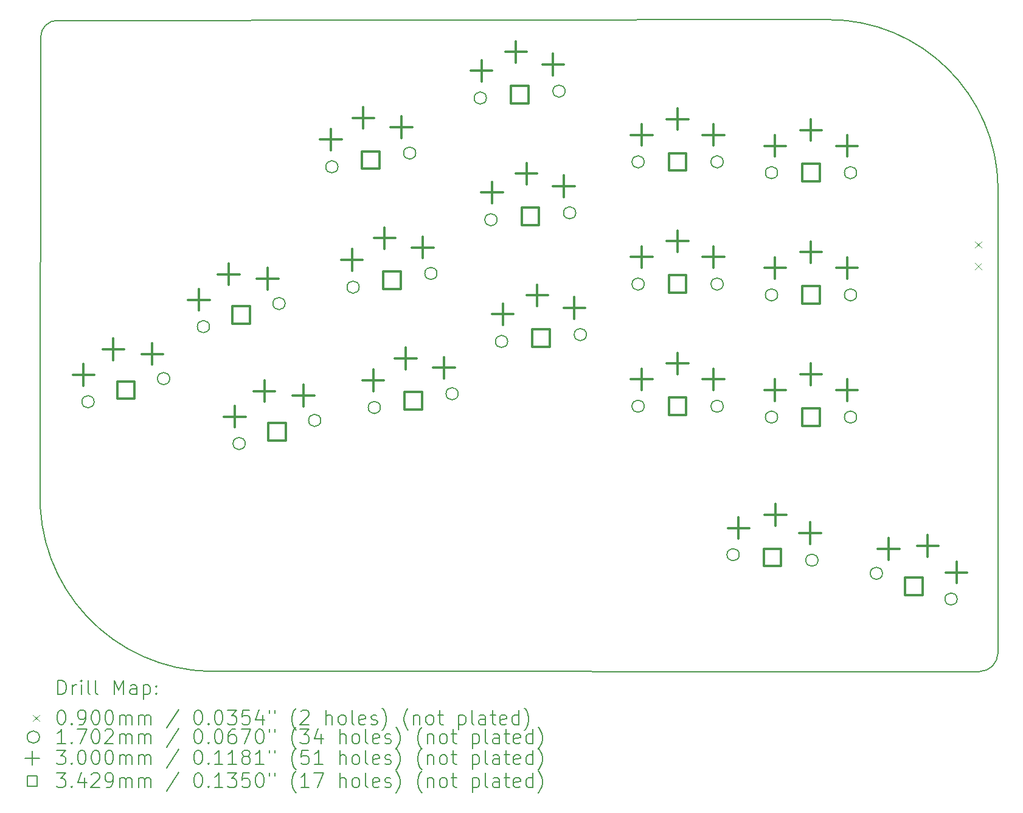
<source format=gbr>
%FSLAX45Y45*%
G04 Gerber Fmt 4.5, Leading zero omitted, Abs format (unit mm)*
G04 Created by KiCad (PCBNEW (6.0.4)) date 2022-07-09 15:35:16*
%MOMM*%
%LPD*%
G01*
G04 APERTURE LIST*
%TA.AperFunction,Profile*%
%ADD10C,0.150000*%
%TD*%
%ADD11C,0.200000*%
%ADD12C,0.090000*%
%ADD13C,0.170180*%
%ADD14C,0.300000*%
%ADD15C,0.342900*%
G04 APERTURE END LIST*
D10*
X13637800Y12447790D02*
X2904845Y12436755D01*
X2667000Y5892800D02*
X2676245Y12208155D01*
X16002000Y10109200D02*
G75*
G03*
X13637800Y12447790I-2364200J-25750D01*
G01*
X2667000Y5892800D02*
G75*
G03*
X5029200Y3379408I2415551J-96503D01*
G01*
X15742673Y3376991D02*
G75*
G03*
X16000102Y3632200I-3153J260619D01*
G01*
X16000102Y3632200D02*
X16002000Y10109200D01*
X15742673Y3376992D02*
X5029200Y3379408D01*
X2904845Y12436755D02*
G75*
G03*
X2676245Y12208155I0J-228600D01*
G01*
D11*
D12*
X15681900Y9360800D02*
X15771900Y9270800D01*
X15771900Y9360800D02*
X15681900Y9270800D01*
X15681900Y9060800D02*
X15771900Y8970800D01*
X15771900Y9060800D02*
X15681900Y8970800D01*
D13*
X3419084Y7131370D02*
G75*
G03*
X3419084Y7131370I-85090J0D01*
G01*
X4471019Y7452979D02*
G75*
G03*
X4471019Y7452979I-85090J0D01*
G01*
X5025423Y8175815D02*
G75*
G03*
X5025423Y8175815I-85090J0D01*
G01*
X5522455Y6550097D02*
G75*
G03*
X5522455Y6550097I-85090J0D01*
G01*
X6077358Y8497424D02*
G75*
G03*
X6077358Y8497424I-85090J0D01*
G01*
X6574390Y6871706D02*
G75*
G03*
X6574390Y6871706I-85090J0D01*
G01*
X6813489Y10399777D02*
G75*
G03*
X6813489Y10399777I-85090J0D01*
G01*
X7108691Y8725603D02*
G75*
G03*
X7108691Y8725603I-85090J0D01*
G01*
X7403893Y7051430D02*
G75*
G03*
X7403893Y7051430I-85090J0D01*
G01*
X7896778Y10590790D02*
G75*
G03*
X7896778Y10590790I-85090J0D01*
G01*
X8191980Y8916616D02*
G75*
G03*
X8191980Y8916616I-85090J0D01*
G01*
X8487182Y7242443D02*
G75*
G03*
X8487182Y7242443I-85090J0D01*
G01*
X8879532Y11357012D02*
G75*
G03*
X8879532Y11357012I-85090J0D01*
G01*
X9027696Y9663481D02*
G75*
G03*
X9027696Y9663481I-85090J0D01*
G01*
X9175861Y7969950D02*
G75*
G03*
X9175861Y7969950I-85090J0D01*
G01*
X9975346Y11452883D02*
G75*
G03*
X9975346Y11452883I-85090J0D01*
G01*
X10123510Y9759352D02*
G75*
G03*
X10123510Y9759352I-85090J0D01*
G01*
X10271675Y8065821D02*
G75*
G03*
X10271675Y8065821I-85090J0D01*
G01*
X11076199Y10468602D02*
G75*
G03*
X11076199Y10468602I-85090J0D01*
G01*
X11076199Y8768602D02*
G75*
G03*
X11076199Y8768602I-85090J0D01*
G01*
X11076199Y7068602D02*
G75*
G03*
X11076199Y7068602I-85090J0D01*
G01*
X12176199Y10468602D02*
G75*
G03*
X12176199Y10468602I-85090J0D01*
G01*
X12176199Y8768602D02*
G75*
G03*
X12176199Y8768602I-85090J0D01*
G01*
X12176199Y7068602D02*
G75*
G03*
X12176199Y7068602I-85090J0D01*
G01*
X12398539Y5003211D02*
G75*
G03*
X12398539Y5003211I-85090J0D01*
G01*
X12933590Y10317800D02*
G75*
G03*
X12933590Y10317800I-85090J0D01*
G01*
X12933590Y8617800D02*
G75*
G03*
X12933590Y8617800I-85090J0D01*
G01*
X12933590Y6917800D02*
G75*
G03*
X12933590Y6917800I-85090J0D01*
G01*
X13495859Y4926479D02*
G75*
G03*
X13495859Y4926479I-85090J0D01*
G01*
X14033590Y10317800D02*
G75*
G03*
X14033590Y10317800I-85090J0D01*
G01*
X14033590Y8617800D02*
G75*
G03*
X14033590Y8617800I-85090J0D01*
G01*
X14033590Y6917800D02*
G75*
G03*
X14033590Y6917800I-85090J0D01*
G01*
X14393378Y4743877D02*
G75*
G03*
X14393378Y4743877I-85090J0D01*
G01*
X15433448Y4385752D02*
G75*
G03*
X15433448Y4385752I-85090J0D01*
G01*
D14*
X3272170Y7654603D02*
X3272170Y7354603D01*
X3122170Y7504603D02*
X3422170Y7504603D01*
X3686000Y8011176D02*
X3686000Y7711176D01*
X3536000Y7861176D02*
X3836000Y7861176D01*
X4228475Y7946974D02*
X4228475Y7646974D01*
X4078475Y7796974D02*
X4378475Y7796974D01*
X4878509Y8699048D02*
X4878509Y8399048D01*
X4728509Y8549048D02*
X5028509Y8549048D01*
X5292339Y9055621D02*
X5292339Y8755621D01*
X5142339Y8905621D02*
X5442339Y8905621D01*
X5375541Y7073330D02*
X5375541Y6773330D01*
X5225541Y6923330D02*
X5525541Y6923330D01*
X5789371Y7429903D02*
X5789371Y7129903D01*
X5639371Y7279903D02*
X5939371Y7279903D01*
X5834814Y8991420D02*
X5834814Y8691420D01*
X5684814Y8841420D02*
X5984814Y8841420D01*
X6331845Y7365702D02*
X6331845Y7065702D01*
X6181845Y7215702D02*
X6481845Y7215702D01*
X6712522Y10927762D02*
X6712522Y10627762D01*
X6562522Y10777762D02*
X6862522Y10777762D01*
X7007724Y9253589D02*
X7007724Y8953589D01*
X6857724Y9103589D02*
X7157724Y9103589D01*
X7166723Y11231244D02*
X7166723Y10931244D01*
X7016723Y11081244D02*
X7316723Y11081244D01*
X7302926Y7579415D02*
X7302926Y7279415D01*
X7152926Y7429415D02*
X7452926Y7429415D01*
X7461925Y9557070D02*
X7461925Y9257070D01*
X7311925Y9407070D02*
X7611925Y9407070D01*
X7697330Y11101410D02*
X7697330Y10801410D01*
X7547330Y10951410D02*
X7847330Y10951410D01*
X7757127Y7882897D02*
X7757127Y7582897D01*
X7607127Y7732897D02*
X7907127Y7732897D01*
X7992531Y9427237D02*
X7992531Y9127237D01*
X7842531Y9277237D02*
X8142531Y9277237D01*
X8287733Y7753063D02*
X8287733Y7453063D01*
X8137733Y7603063D02*
X8437733Y7603063D01*
X8811568Y11884943D02*
X8811568Y11584943D01*
X8661568Y11734943D02*
X8961568Y11734943D01*
X8959733Y10191412D02*
X8959733Y9891412D01*
X8809733Y10041412D02*
X9109733Y10041412D01*
X9107897Y8497881D02*
X9107897Y8197881D01*
X8957897Y8347881D02*
X9257897Y8347881D01*
X9290491Y12147683D02*
X9290491Y11847683D01*
X9140491Y11997683D02*
X9440491Y11997683D01*
X9438656Y10454153D02*
X9438656Y10154153D01*
X9288656Y10304153D02*
X9588656Y10304153D01*
X9586820Y8760622D02*
X9586820Y8460622D01*
X9436820Y8610622D02*
X9736820Y8610622D01*
X9807763Y11972098D02*
X9807763Y11672098D01*
X9657763Y11822098D02*
X9957763Y11822098D01*
X9955927Y10278568D02*
X9955927Y9978568D01*
X9805927Y10128568D02*
X10105927Y10128568D01*
X10104092Y8585037D02*
X10104092Y8285036D01*
X9954092Y8435037D02*
X10254092Y8435037D01*
X11041109Y10993602D02*
X11041109Y10693602D01*
X10891109Y10843602D02*
X11191109Y10843602D01*
X11041109Y9293602D02*
X11041109Y8993602D01*
X10891109Y9143602D02*
X11191109Y9143602D01*
X11041109Y7593602D02*
X11041109Y7293602D01*
X10891109Y7443602D02*
X11191109Y7443602D01*
X11541109Y11213602D02*
X11541109Y10913602D01*
X11391109Y11063602D02*
X11691109Y11063602D01*
X11541109Y9513602D02*
X11541109Y9213602D01*
X11391109Y9363602D02*
X11691109Y9363602D01*
X11541109Y7813602D02*
X11541109Y7513602D01*
X11391109Y7663602D02*
X11691109Y7663602D01*
X12041109Y10993602D02*
X12041109Y10693602D01*
X11891109Y10843602D02*
X12191109Y10843602D01*
X12041109Y9293602D02*
X12041109Y8993602D01*
X11891109Y9143602D02*
X12191109Y9143602D01*
X12041109Y7593602D02*
X12041109Y7293602D01*
X11891109Y7443602D02*
X12191109Y7443602D01*
X12389486Y5523810D02*
X12389486Y5223810D01*
X12239486Y5373810D02*
X12539486Y5373810D01*
X12898500Y10842800D02*
X12898500Y10542800D01*
X12748500Y10692800D02*
X13048500Y10692800D01*
X12898500Y9142800D02*
X12898500Y8842800D01*
X12748500Y8992800D02*
X13048500Y8992800D01*
X12898500Y7442800D02*
X12898500Y7142800D01*
X12748500Y7292800D02*
X13048500Y7292800D01*
X12903614Y5708396D02*
X12903614Y5408396D01*
X12753614Y5558396D02*
X13053614Y5558396D01*
X13387050Y5454053D02*
X13387050Y5154053D01*
X13237050Y5304053D02*
X13537050Y5304053D01*
X13398500Y11062800D02*
X13398500Y10762800D01*
X13248500Y10912800D02*
X13548500Y10912800D01*
X13398500Y9362800D02*
X13398500Y9062800D01*
X13248500Y9212800D02*
X13548500Y9212800D01*
X13398500Y7662800D02*
X13398500Y7362800D01*
X13248500Y7512800D02*
X13548500Y7512800D01*
X13898500Y10842800D02*
X13898500Y10542800D01*
X13748500Y10692800D02*
X14048500Y10692800D01*
X13898500Y9142800D02*
X13898500Y8842800D01*
X13748500Y8992800D02*
X14048500Y8992800D01*
X13898500Y7442800D02*
X13898500Y7142800D01*
X13748500Y7292800D02*
X14048500Y7292800D01*
X14477652Y5232168D02*
X14477652Y4932168D01*
X14327652Y5082168D02*
X14627652Y5082168D01*
X15022036Y5277398D02*
X15022036Y4977398D01*
X14872036Y5127398D02*
X15172036Y5127398D01*
X15423171Y4906600D02*
X15423171Y4606600D01*
X15273171Y4756600D02*
X15573171Y4756600D01*
D15*
X3981196Y7170940D02*
X3981196Y7413409D01*
X3738727Y7413409D01*
X3738727Y7170940D01*
X3981196Y7170940D01*
X5587535Y8215385D02*
X5587535Y8457854D01*
X5345066Y8457854D01*
X5345066Y8215385D01*
X5587535Y8215385D01*
X6084567Y6589667D02*
X6084567Y6832136D01*
X5842098Y6832136D01*
X5842098Y6589667D01*
X6084567Y6589667D01*
X7391278Y10374048D02*
X7391278Y10616518D01*
X7148809Y10616518D01*
X7148809Y10374048D01*
X7391278Y10374048D01*
X7686480Y8699875D02*
X7686480Y8942344D01*
X7444011Y8942344D01*
X7444011Y8699875D01*
X7686480Y8699875D01*
X7981682Y7025702D02*
X7981682Y7268171D01*
X7739213Y7268171D01*
X7739213Y7025702D01*
X7981682Y7025702D01*
X9463583Y11283713D02*
X9463583Y11526182D01*
X9221114Y11526182D01*
X9221114Y11283713D01*
X9463583Y11283713D01*
X9611748Y9590182D02*
X9611748Y9832651D01*
X9369279Y9832651D01*
X9369279Y9590182D01*
X9611748Y9590182D01*
X9759913Y7896651D02*
X9759913Y8139120D01*
X9517444Y8139120D01*
X9517444Y7896651D01*
X9759913Y7896651D01*
X11662343Y10347367D02*
X11662343Y10589836D01*
X11419874Y10589836D01*
X11419874Y10347367D01*
X11662343Y10347367D01*
X11662343Y8647367D02*
X11662343Y8889836D01*
X11419874Y8889836D01*
X11419874Y8647367D01*
X11662343Y8647367D01*
X11662343Y6947367D02*
X11662343Y7189836D01*
X11419874Y7189836D01*
X11419874Y6947367D01*
X11662343Y6947367D01*
X12983344Y4843611D02*
X12983344Y5086080D01*
X12740874Y5086080D01*
X12740874Y4843611D01*
X12983344Y4843611D01*
X13519735Y10196565D02*
X13519735Y10439035D01*
X13277265Y10439035D01*
X13277265Y10196565D01*
X13519735Y10196565D01*
X13519735Y8496565D02*
X13519735Y8739035D01*
X13277265Y8739035D01*
X13277265Y8496565D01*
X13519735Y8496565D01*
X13519735Y6796565D02*
X13519735Y7039035D01*
X13277265Y7039035D01*
X13277265Y6796565D01*
X13519735Y6796565D01*
X14949558Y4443580D02*
X14949558Y4686049D01*
X14707089Y4686049D01*
X14707089Y4443580D01*
X14949558Y4443580D01*
D11*
X2915192Y3059016D02*
X2915192Y3259016D01*
X2962811Y3259016D01*
X2991383Y3249492D01*
X3010430Y3230444D01*
X3019954Y3211397D01*
X3029478Y3173301D01*
X3029478Y3144730D01*
X3019954Y3106635D01*
X3010430Y3087587D01*
X2991383Y3068539D01*
X2962811Y3059016D01*
X2915192Y3059016D01*
X3115192Y3059016D02*
X3115192Y3192349D01*
X3115192Y3154254D02*
X3124716Y3173301D01*
X3134240Y3182825D01*
X3153287Y3192349D01*
X3172335Y3192349D01*
X3239002Y3059016D02*
X3239002Y3192349D01*
X3239002Y3259016D02*
X3229478Y3249492D01*
X3239002Y3239968D01*
X3248526Y3249492D01*
X3239002Y3259016D01*
X3239002Y3239968D01*
X3362811Y3059016D02*
X3343764Y3068539D01*
X3334240Y3087587D01*
X3334240Y3259016D01*
X3467573Y3059016D02*
X3448526Y3068539D01*
X3439002Y3087587D01*
X3439002Y3259016D01*
X3696145Y3059016D02*
X3696145Y3259016D01*
X3762811Y3116158D01*
X3829478Y3259016D01*
X3829478Y3059016D01*
X4010430Y3059016D02*
X4010430Y3163778D01*
X4000907Y3182825D01*
X3981859Y3192349D01*
X3943764Y3192349D01*
X3924716Y3182825D01*
X4010430Y3068539D02*
X3991383Y3059016D01*
X3943764Y3059016D01*
X3924716Y3068539D01*
X3915192Y3087587D01*
X3915192Y3106635D01*
X3924716Y3125682D01*
X3943764Y3135206D01*
X3991383Y3135206D01*
X4010430Y3144730D01*
X4105668Y3192349D02*
X4105668Y2992349D01*
X4105668Y3182825D02*
X4124716Y3192349D01*
X4162811Y3192349D01*
X4181859Y3182825D01*
X4191383Y3173301D01*
X4200907Y3154254D01*
X4200907Y3097111D01*
X4191383Y3078063D01*
X4181859Y3068539D01*
X4162811Y3059016D01*
X4124716Y3059016D01*
X4105668Y3068539D01*
X4286621Y3078063D02*
X4296145Y3068539D01*
X4286621Y3059016D01*
X4277097Y3068539D01*
X4286621Y3078063D01*
X4286621Y3059016D01*
X4286621Y3182825D02*
X4296145Y3173301D01*
X4286621Y3163778D01*
X4277097Y3173301D01*
X4286621Y3182825D01*
X4286621Y3163778D01*
D12*
X2567573Y2774492D02*
X2657573Y2684492D01*
X2657573Y2774492D02*
X2567573Y2684492D01*
D11*
X2953287Y2839016D02*
X2972335Y2839016D01*
X2991383Y2829492D01*
X3000907Y2819968D01*
X3010430Y2800920D01*
X3019954Y2762825D01*
X3019954Y2715206D01*
X3010430Y2677111D01*
X3000907Y2658063D01*
X2991383Y2648540D01*
X2972335Y2639016D01*
X2953287Y2639016D01*
X2934240Y2648540D01*
X2924716Y2658063D01*
X2915192Y2677111D01*
X2905668Y2715206D01*
X2905668Y2762825D01*
X2915192Y2800920D01*
X2924716Y2819968D01*
X2934240Y2829492D01*
X2953287Y2839016D01*
X3105668Y2658063D02*
X3115192Y2648540D01*
X3105668Y2639016D01*
X3096145Y2648540D01*
X3105668Y2658063D01*
X3105668Y2639016D01*
X3210430Y2639016D02*
X3248526Y2639016D01*
X3267573Y2648540D01*
X3277097Y2658063D01*
X3296145Y2686635D01*
X3305668Y2724730D01*
X3305668Y2800920D01*
X3296145Y2819968D01*
X3286621Y2829492D01*
X3267573Y2839016D01*
X3229478Y2839016D01*
X3210430Y2829492D01*
X3200907Y2819968D01*
X3191383Y2800920D01*
X3191383Y2753301D01*
X3200907Y2734254D01*
X3210430Y2724730D01*
X3229478Y2715206D01*
X3267573Y2715206D01*
X3286621Y2724730D01*
X3296145Y2734254D01*
X3305668Y2753301D01*
X3429478Y2839016D02*
X3448526Y2839016D01*
X3467573Y2829492D01*
X3477097Y2819968D01*
X3486621Y2800920D01*
X3496145Y2762825D01*
X3496145Y2715206D01*
X3486621Y2677111D01*
X3477097Y2658063D01*
X3467573Y2648540D01*
X3448526Y2639016D01*
X3429478Y2639016D01*
X3410430Y2648540D01*
X3400907Y2658063D01*
X3391383Y2677111D01*
X3381859Y2715206D01*
X3381859Y2762825D01*
X3391383Y2800920D01*
X3400907Y2819968D01*
X3410430Y2829492D01*
X3429478Y2839016D01*
X3619954Y2839016D02*
X3639002Y2839016D01*
X3658049Y2829492D01*
X3667573Y2819968D01*
X3677097Y2800920D01*
X3686621Y2762825D01*
X3686621Y2715206D01*
X3677097Y2677111D01*
X3667573Y2658063D01*
X3658049Y2648540D01*
X3639002Y2639016D01*
X3619954Y2639016D01*
X3600907Y2648540D01*
X3591383Y2658063D01*
X3581859Y2677111D01*
X3572335Y2715206D01*
X3572335Y2762825D01*
X3581859Y2800920D01*
X3591383Y2819968D01*
X3600907Y2829492D01*
X3619954Y2839016D01*
X3772335Y2639016D02*
X3772335Y2772349D01*
X3772335Y2753301D02*
X3781859Y2762825D01*
X3800907Y2772349D01*
X3829478Y2772349D01*
X3848526Y2762825D01*
X3858049Y2743778D01*
X3858049Y2639016D01*
X3858049Y2743778D02*
X3867573Y2762825D01*
X3886621Y2772349D01*
X3915192Y2772349D01*
X3934240Y2762825D01*
X3943764Y2743778D01*
X3943764Y2639016D01*
X4039002Y2639016D02*
X4039002Y2772349D01*
X4039002Y2753301D02*
X4048526Y2762825D01*
X4067573Y2772349D01*
X4096145Y2772349D01*
X4115192Y2762825D01*
X4124716Y2743778D01*
X4124716Y2639016D01*
X4124716Y2743778D02*
X4134240Y2762825D01*
X4153287Y2772349D01*
X4181859Y2772349D01*
X4200907Y2762825D01*
X4210430Y2743778D01*
X4210430Y2639016D01*
X4600907Y2848539D02*
X4429478Y2591397D01*
X4858049Y2839016D02*
X4877097Y2839016D01*
X4896145Y2829492D01*
X4905669Y2819968D01*
X4915192Y2800920D01*
X4924716Y2762825D01*
X4924716Y2715206D01*
X4915192Y2677111D01*
X4905669Y2658063D01*
X4896145Y2648540D01*
X4877097Y2639016D01*
X4858049Y2639016D01*
X4839002Y2648540D01*
X4829478Y2658063D01*
X4819954Y2677111D01*
X4810430Y2715206D01*
X4810430Y2762825D01*
X4819954Y2800920D01*
X4829478Y2819968D01*
X4839002Y2829492D01*
X4858049Y2839016D01*
X5010430Y2658063D02*
X5019954Y2648540D01*
X5010430Y2639016D01*
X5000907Y2648540D01*
X5010430Y2658063D01*
X5010430Y2639016D01*
X5143764Y2839016D02*
X5162811Y2839016D01*
X5181859Y2829492D01*
X5191383Y2819968D01*
X5200907Y2800920D01*
X5210430Y2762825D01*
X5210430Y2715206D01*
X5200907Y2677111D01*
X5191383Y2658063D01*
X5181859Y2648540D01*
X5162811Y2639016D01*
X5143764Y2639016D01*
X5124716Y2648540D01*
X5115192Y2658063D01*
X5105669Y2677111D01*
X5096145Y2715206D01*
X5096145Y2762825D01*
X5105669Y2800920D01*
X5115192Y2819968D01*
X5124716Y2829492D01*
X5143764Y2839016D01*
X5277097Y2839016D02*
X5400907Y2839016D01*
X5334240Y2762825D01*
X5362811Y2762825D01*
X5381859Y2753301D01*
X5391383Y2743778D01*
X5400907Y2724730D01*
X5400907Y2677111D01*
X5391383Y2658063D01*
X5381859Y2648540D01*
X5362811Y2639016D01*
X5305669Y2639016D01*
X5286621Y2648540D01*
X5277097Y2658063D01*
X5581859Y2839016D02*
X5486621Y2839016D01*
X5477097Y2743778D01*
X5486621Y2753301D01*
X5505669Y2762825D01*
X5553288Y2762825D01*
X5572335Y2753301D01*
X5581859Y2743778D01*
X5591383Y2724730D01*
X5591383Y2677111D01*
X5581859Y2658063D01*
X5572335Y2648540D01*
X5553288Y2639016D01*
X5505669Y2639016D01*
X5486621Y2648540D01*
X5477097Y2658063D01*
X5762811Y2772349D02*
X5762811Y2639016D01*
X5715192Y2848539D02*
X5667573Y2705682D01*
X5791383Y2705682D01*
X5858049Y2839016D02*
X5858049Y2800920D01*
X5934240Y2839016D02*
X5934240Y2800920D01*
X6229478Y2562825D02*
X6219954Y2572349D01*
X6200907Y2600920D01*
X6191383Y2619968D01*
X6181859Y2648540D01*
X6172335Y2696159D01*
X6172335Y2734254D01*
X6181859Y2781873D01*
X6191383Y2810444D01*
X6200907Y2829492D01*
X6219954Y2858063D01*
X6229478Y2867587D01*
X6296145Y2819968D02*
X6305668Y2829492D01*
X6324716Y2839016D01*
X6372335Y2839016D01*
X6391383Y2829492D01*
X6400907Y2819968D01*
X6410430Y2800920D01*
X6410430Y2781873D01*
X6400907Y2753301D01*
X6286621Y2639016D01*
X6410430Y2639016D01*
X6648526Y2639016D02*
X6648526Y2839016D01*
X6734240Y2639016D02*
X6734240Y2743778D01*
X6724716Y2762825D01*
X6705668Y2772349D01*
X6677097Y2772349D01*
X6658049Y2762825D01*
X6648526Y2753301D01*
X6858049Y2639016D02*
X6839002Y2648540D01*
X6829478Y2658063D01*
X6819954Y2677111D01*
X6819954Y2734254D01*
X6829478Y2753301D01*
X6839002Y2762825D01*
X6858049Y2772349D01*
X6886621Y2772349D01*
X6905668Y2762825D01*
X6915192Y2753301D01*
X6924716Y2734254D01*
X6924716Y2677111D01*
X6915192Y2658063D01*
X6905668Y2648540D01*
X6886621Y2639016D01*
X6858049Y2639016D01*
X7039002Y2639016D02*
X7019954Y2648540D01*
X7010430Y2667587D01*
X7010430Y2839016D01*
X7191383Y2648540D02*
X7172335Y2639016D01*
X7134240Y2639016D01*
X7115192Y2648540D01*
X7105668Y2667587D01*
X7105668Y2743778D01*
X7115192Y2762825D01*
X7134240Y2772349D01*
X7172335Y2772349D01*
X7191383Y2762825D01*
X7200907Y2743778D01*
X7200907Y2724730D01*
X7105668Y2705682D01*
X7277097Y2648540D02*
X7296145Y2639016D01*
X7334240Y2639016D01*
X7353287Y2648540D01*
X7362811Y2667587D01*
X7362811Y2677111D01*
X7353287Y2696159D01*
X7334240Y2705682D01*
X7305668Y2705682D01*
X7286621Y2715206D01*
X7277097Y2734254D01*
X7277097Y2743778D01*
X7286621Y2762825D01*
X7305668Y2772349D01*
X7334240Y2772349D01*
X7353287Y2762825D01*
X7429478Y2562825D02*
X7439002Y2572349D01*
X7458049Y2600920D01*
X7467573Y2619968D01*
X7477097Y2648540D01*
X7486621Y2696159D01*
X7486621Y2734254D01*
X7477097Y2781873D01*
X7467573Y2810444D01*
X7458049Y2829492D01*
X7439002Y2858063D01*
X7429478Y2867587D01*
X7791383Y2562825D02*
X7781859Y2572349D01*
X7762811Y2600920D01*
X7753287Y2619968D01*
X7743764Y2648540D01*
X7734240Y2696159D01*
X7734240Y2734254D01*
X7743764Y2781873D01*
X7753287Y2810444D01*
X7762811Y2829492D01*
X7781859Y2858063D01*
X7791383Y2867587D01*
X7867573Y2772349D02*
X7867573Y2639016D01*
X7867573Y2753301D02*
X7877097Y2762825D01*
X7896145Y2772349D01*
X7924716Y2772349D01*
X7943764Y2762825D01*
X7953287Y2743778D01*
X7953287Y2639016D01*
X8077097Y2639016D02*
X8058049Y2648540D01*
X8048526Y2658063D01*
X8039002Y2677111D01*
X8039002Y2734254D01*
X8048526Y2753301D01*
X8058049Y2762825D01*
X8077097Y2772349D01*
X8105668Y2772349D01*
X8124716Y2762825D01*
X8134240Y2753301D01*
X8143764Y2734254D01*
X8143764Y2677111D01*
X8134240Y2658063D01*
X8124716Y2648540D01*
X8105668Y2639016D01*
X8077097Y2639016D01*
X8200907Y2772349D02*
X8277097Y2772349D01*
X8229478Y2839016D02*
X8229478Y2667587D01*
X8239002Y2648540D01*
X8258049Y2639016D01*
X8277097Y2639016D01*
X8496145Y2772349D02*
X8496145Y2572349D01*
X8496145Y2762825D02*
X8515192Y2772349D01*
X8553288Y2772349D01*
X8572335Y2762825D01*
X8581859Y2753301D01*
X8591383Y2734254D01*
X8591383Y2677111D01*
X8581859Y2658063D01*
X8572335Y2648540D01*
X8553288Y2639016D01*
X8515192Y2639016D01*
X8496145Y2648540D01*
X8705669Y2639016D02*
X8686621Y2648540D01*
X8677097Y2667587D01*
X8677097Y2839016D01*
X8867573Y2639016D02*
X8867573Y2743778D01*
X8858049Y2762825D01*
X8839002Y2772349D01*
X8800907Y2772349D01*
X8781859Y2762825D01*
X8867573Y2648540D02*
X8848526Y2639016D01*
X8800907Y2639016D01*
X8781859Y2648540D01*
X8772335Y2667587D01*
X8772335Y2686635D01*
X8781859Y2705682D01*
X8800907Y2715206D01*
X8848526Y2715206D01*
X8867573Y2724730D01*
X8934240Y2772349D02*
X9010430Y2772349D01*
X8962811Y2839016D02*
X8962811Y2667587D01*
X8972335Y2648540D01*
X8991383Y2639016D01*
X9010430Y2639016D01*
X9153288Y2648540D02*
X9134240Y2639016D01*
X9096145Y2639016D01*
X9077097Y2648540D01*
X9067573Y2667587D01*
X9067573Y2743778D01*
X9077097Y2762825D01*
X9096145Y2772349D01*
X9134240Y2772349D01*
X9153288Y2762825D01*
X9162811Y2743778D01*
X9162811Y2724730D01*
X9067573Y2705682D01*
X9334240Y2639016D02*
X9334240Y2839016D01*
X9334240Y2648540D02*
X9315192Y2639016D01*
X9277097Y2639016D01*
X9258049Y2648540D01*
X9248526Y2658063D01*
X9239002Y2677111D01*
X9239002Y2734254D01*
X9248526Y2753301D01*
X9258049Y2762825D01*
X9277097Y2772349D01*
X9315192Y2772349D01*
X9334240Y2762825D01*
X9410430Y2562825D02*
X9419954Y2572349D01*
X9439002Y2600920D01*
X9448526Y2619968D01*
X9458049Y2648540D01*
X9467573Y2696159D01*
X9467573Y2734254D01*
X9458049Y2781873D01*
X9448526Y2810444D01*
X9439002Y2829492D01*
X9419954Y2858063D01*
X9410430Y2867587D01*
D13*
X2657573Y2465492D02*
G75*
G03*
X2657573Y2465492I-85090J0D01*
G01*
D11*
X3019954Y2375016D02*
X2905668Y2375016D01*
X2962811Y2375016D02*
X2962811Y2575016D01*
X2943764Y2546444D01*
X2924716Y2527397D01*
X2905668Y2517873D01*
X3105668Y2394063D02*
X3115192Y2384540D01*
X3105668Y2375016D01*
X3096145Y2384540D01*
X3105668Y2394063D01*
X3105668Y2375016D01*
X3181859Y2575016D02*
X3315192Y2575016D01*
X3229478Y2375016D01*
X3429478Y2575016D02*
X3448526Y2575016D01*
X3467573Y2565492D01*
X3477097Y2555968D01*
X3486621Y2536920D01*
X3496145Y2498825D01*
X3496145Y2451206D01*
X3486621Y2413111D01*
X3477097Y2394063D01*
X3467573Y2384540D01*
X3448526Y2375016D01*
X3429478Y2375016D01*
X3410430Y2384540D01*
X3400907Y2394063D01*
X3391383Y2413111D01*
X3381859Y2451206D01*
X3381859Y2498825D01*
X3391383Y2536920D01*
X3400907Y2555968D01*
X3410430Y2565492D01*
X3429478Y2575016D01*
X3572335Y2555968D02*
X3581859Y2565492D01*
X3600907Y2575016D01*
X3648526Y2575016D01*
X3667573Y2565492D01*
X3677097Y2555968D01*
X3686621Y2536920D01*
X3686621Y2517873D01*
X3677097Y2489301D01*
X3562811Y2375016D01*
X3686621Y2375016D01*
X3772335Y2375016D02*
X3772335Y2508349D01*
X3772335Y2489301D02*
X3781859Y2498825D01*
X3800907Y2508349D01*
X3829478Y2508349D01*
X3848526Y2498825D01*
X3858049Y2479778D01*
X3858049Y2375016D01*
X3858049Y2479778D02*
X3867573Y2498825D01*
X3886621Y2508349D01*
X3915192Y2508349D01*
X3934240Y2498825D01*
X3943764Y2479778D01*
X3943764Y2375016D01*
X4039002Y2375016D02*
X4039002Y2508349D01*
X4039002Y2489301D02*
X4048526Y2498825D01*
X4067573Y2508349D01*
X4096145Y2508349D01*
X4115192Y2498825D01*
X4124716Y2479778D01*
X4124716Y2375016D01*
X4124716Y2479778D02*
X4134240Y2498825D01*
X4153287Y2508349D01*
X4181859Y2508349D01*
X4200907Y2498825D01*
X4210430Y2479778D01*
X4210430Y2375016D01*
X4600907Y2584540D02*
X4429478Y2327397D01*
X4858049Y2575016D02*
X4877097Y2575016D01*
X4896145Y2565492D01*
X4905669Y2555968D01*
X4915192Y2536920D01*
X4924716Y2498825D01*
X4924716Y2451206D01*
X4915192Y2413111D01*
X4905669Y2394063D01*
X4896145Y2384540D01*
X4877097Y2375016D01*
X4858049Y2375016D01*
X4839002Y2384540D01*
X4829478Y2394063D01*
X4819954Y2413111D01*
X4810430Y2451206D01*
X4810430Y2498825D01*
X4819954Y2536920D01*
X4829478Y2555968D01*
X4839002Y2565492D01*
X4858049Y2575016D01*
X5010430Y2394063D02*
X5019954Y2384540D01*
X5010430Y2375016D01*
X5000907Y2384540D01*
X5010430Y2394063D01*
X5010430Y2375016D01*
X5143764Y2575016D02*
X5162811Y2575016D01*
X5181859Y2565492D01*
X5191383Y2555968D01*
X5200907Y2536920D01*
X5210430Y2498825D01*
X5210430Y2451206D01*
X5200907Y2413111D01*
X5191383Y2394063D01*
X5181859Y2384540D01*
X5162811Y2375016D01*
X5143764Y2375016D01*
X5124716Y2384540D01*
X5115192Y2394063D01*
X5105669Y2413111D01*
X5096145Y2451206D01*
X5096145Y2498825D01*
X5105669Y2536920D01*
X5115192Y2555968D01*
X5124716Y2565492D01*
X5143764Y2575016D01*
X5381859Y2575016D02*
X5343764Y2575016D01*
X5324716Y2565492D01*
X5315192Y2555968D01*
X5296145Y2527397D01*
X5286621Y2489301D01*
X5286621Y2413111D01*
X5296145Y2394063D01*
X5305669Y2384540D01*
X5324716Y2375016D01*
X5362811Y2375016D01*
X5381859Y2384540D01*
X5391383Y2394063D01*
X5400907Y2413111D01*
X5400907Y2460730D01*
X5391383Y2479778D01*
X5381859Y2489301D01*
X5362811Y2498825D01*
X5324716Y2498825D01*
X5305669Y2489301D01*
X5296145Y2479778D01*
X5286621Y2460730D01*
X5467573Y2575016D02*
X5600907Y2575016D01*
X5515192Y2375016D01*
X5715192Y2575016D02*
X5734240Y2575016D01*
X5753287Y2565492D01*
X5762811Y2555968D01*
X5772335Y2536920D01*
X5781859Y2498825D01*
X5781859Y2451206D01*
X5772335Y2413111D01*
X5762811Y2394063D01*
X5753287Y2384540D01*
X5734240Y2375016D01*
X5715192Y2375016D01*
X5696145Y2384540D01*
X5686621Y2394063D01*
X5677097Y2413111D01*
X5667573Y2451206D01*
X5667573Y2498825D01*
X5677097Y2536920D01*
X5686621Y2555968D01*
X5696145Y2565492D01*
X5715192Y2575016D01*
X5858049Y2575016D02*
X5858049Y2536920D01*
X5934240Y2575016D02*
X5934240Y2536920D01*
X6229478Y2298825D02*
X6219954Y2308349D01*
X6200907Y2336920D01*
X6191383Y2355968D01*
X6181859Y2384540D01*
X6172335Y2432159D01*
X6172335Y2470254D01*
X6181859Y2517873D01*
X6191383Y2546444D01*
X6200907Y2565492D01*
X6219954Y2594063D01*
X6229478Y2603587D01*
X6286621Y2575016D02*
X6410430Y2575016D01*
X6343764Y2498825D01*
X6372335Y2498825D01*
X6391383Y2489301D01*
X6400907Y2479778D01*
X6410430Y2460730D01*
X6410430Y2413111D01*
X6400907Y2394063D01*
X6391383Y2384540D01*
X6372335Y2375016D01*
X6315192Y2375016D01*
X6296145Y2384540D01*
X6286621Y2394063D01*
X6581859Y2508349D02*
X6581859Y2375016D01*
X6534240Y2584540D02*
X6486621Y2441682D01*
X6610430Y2441682D01*
X6839002Y2375016D02*
X6839002Y2575016D01*
X6924716Y2375016D02*
X6924716Y2479778D01*
X6915192Y2498825D01*
X6896145Y2508349D01*
X6867573Y2508349D01*
X6848526Y2498825D01*
X6839002Y2489301D01*
X7048526Y2375016D02*
X7029478Y2384540D01*
X7019954Y2394063D01*
X7010430Y2413111D01*
X7010430Y2470254D01*
X7019954Y2489301D01*
X7029478Y2498825D01*
X7048526Y2508349D01*
X7077097Y2508349D01*
X7096145Y2498825D01*
X7105668Y2489301D01*
X7115192Y2470254D01*
X7115192Y2413111D01*
X7105668Y2394063D01*
X7096145Y2384540D01*
X7077097Y2375016D01*
X7048526Y2375016D01*
X7229478Y2375016D02*
X7210430Y2384540D01*
X7200907Y2403587D01*
X7200907Y2575016D01*
X7381859Y2384540D02*
X7362811Y2375016D01*
X7324716Y2375016D01*
X7305668Y2384540D01*
X7296145Y2403587D01*
X7296145Y2479778D01*
X7305668Y2498825D01*
X7324716Y2508349D01*
X7362811Y2508349D01*
X7381859Y2498825D01*
X7391383Y2479778D01*
X7391383Y2460730D01*
X7296145Y2441682D01*
X7467573Y2384540D02*
X7486621Y2375016D01*
X7524716Y2375016D01*
X7543764Y2384540D01*
X7553287Y2403587D01*
X7553287Y2413111D01*
X7543764Y2432159D01*
X7524716Y2441682D01*
X7496145Y2441682D01*
X7477097Y2451206D01*
X7467573Y2470254D01*
X7467573Y2479778D01*
X7477097Y2498825D01*
X7496145Y2508349D01*
X7524716Y2508349D01*
X7543764Y2498825D01*
X7619954Y2298825D02*
X7629478Y2308349D01*
X7648526Y2336920D01*
X7658049Y2355968D01*
X7667573Y2384540D01*
X7677097Y2432159D01*
X7677097Y2470254D01*
X7667573Y2517873D01*
X7658049Y2546444D01*
X7648526Y2565492D01*
X7629478Y2594063D01*
X7619954Y2603587D01*
X7981859Y2298825D02*
X7972335Y2308349D01*
X7953287Y2336920D01*
X7943764Y2355968D01*
X7934240Y2384540D01*
X7924716Y2432159D01*
X7924716Y2470254D01*
X7934240Y2517873D01*
X7943764Y2546444D01*
X7953287Y2565492D01*
X7972335Y2594063D01*
X7981859Y2603587D01*
X8058049Y2508349D02*
X8058049Y2375016D01*
X8058049Y2489301D02*
X8067573Y2498825D01*
X8086621Y2508349D01*
X8115192Y2508349D01*
X8134240Y2498825D01*
X8143764Y2479778D01*
X8143764Y2375016D01*
X8267573Y2375016D02*
X8248526Y2384540D01*
X8239002Y2394063D01*
X8229478Y2413111D01*
X8229478Y2470254D01*
X8239002Y2489301D01*
X8248526Y2498825D01*
X8267573Y2508349D01*
X8296145Y2508349D01*
X8315192Y2498825D01*
X8324716Y2489301D01*
X8334240Y2470254D01*
X8334240Y2413111D01*
X8324716Y2394063D01*
X8315192Y2384540D01*
X8296145Y2375016D01*
X8267573Y2375016D01*
X8391383Y2508349D02*
X8467573Y2508349D01*
X8419954Y2575016D02*
X8419954Y2403587D01*
X8429478Y2384540D01*
X8448526Y2375016D01*
X8467573Y2375016D01*
X8686621Y2508349D02*
X8686621Y2308349D01*
X8686621Y2498825D02*
X8705669Y2508349D01*
X8743764Y2508349D01*
X8762811Y2498825D01*
X8772335Y2489301D01*
X8781859Y2470254D01*
X8781859Y2413111D01*
X8772335Y2394063D01*
X8762811Y2384540D01*
X8743764Y2375016D01*
X8705669Y2375016D01*
X8686621Y2384540D01*
X8896145Y2375016D02*
X8877097Y2384540D01*
X8867573Y2403587D01*
X8867573Y2575016D01*
X9058049Y2375016D02*
X9058049Y2479778D01*
X9048526Y2498825D01*
X9029478Y2508349D01*
X8991383Y2508349D01*
X8972335Y2498825D01*
X9058049Y2384540D02*
X9039002Y2375016D01*
X8991383Y2375016D01*
X8972335Y2384540D01*
X8962811Y2403587D01*
X8962811Y2422635D01*
X8972335Y2441682D01*
X8991383Y2451206D01*
X9039002Y2451206D01*
X9058049Y2460730D01*
X9124716Y2508349D02*
X9200907Y2508349D01*
X9153288Y2575016D02*
X9153288Y2403587D01*
X9162811Y2384540D01*
X9181859Y2375016D01*
X9200907Y2375016D01*
X9343764Y2384540D02*
X9324716Y2375016D01*
X9286621Y2375016D01*
X9267573Y2384540D01*
X9258049Y2403587D01*
X9258049Y2479778D01*
X9267573Y2498825D01*
X9286621Y2508349D01*
X9324716Y2508349D01*
X9343764Y2498825D01*
X9353288Y2479778D01*
X9353288Y2460730D01*
X9258049Y2441682D01*
X9524716Y2375016D02*
X9524716Y2575016D01*
X9524716Y2384540D02*
X9505669Y2375016D01*
X9467573Y2375016D01*
X9448526Y2384540D01*
X9439002Y2394063D01*
X9429478Y2413111D01*
X9429478Y2470254D01*
X9439002Y2489301D01*
X9448526Y2498825D01*
X9467573Y2508349D01*
X9505669Y2508349D01*
X9524716Y2498825D01*
X9600907Y2298825D02*
X9610430Y2308349D01*
X9629478Y2336920D01*
X9639002Y2355968D01*
X9648526Y2384540D01*
X9658049Y2432159D01*
X9658049Y2470254D01*
X9648526Y2517873D01*
X9639002Y2546444D01*
X9629478Y2565492D01*
X9610430Y2594063D01*
X9600907Y2603587D01*
X2557573Y2275312D02*
X2557573Y2075312D01*
X2457573Y2175312D02*
X2657573Y2175312D01*
X2896145Y2284836D02*
X3019954Y2284836D01*
X2953287Y2208645D01*
X2981859Y2208645D01*
X3000907Y2199121D01*
X3010430Y2189598D01*
X3019954Y2170550D01*
X3019954Y2122931D01*
X3010430Y2103883D01*
X3000907Y2094359D01*
X2981859Y2084836D01*
X2924716Y2084836D01*
X2905668Y2094359D01*
X2896145Y2103883D01*
X3105668Y2103883D02*
X3115192Y2094359D01*
X3105668Y2084836D01*
X3096145Y2094359D01*
X3105668Y2103883D01*
X3105668Y2084836D01*
X3239002Y2284836D02*
X3258049Y2284836D01*
X3277097Y2275312D01*
X3286621Y2265788D01*
X3296145Y2246740D01*
X3305668Y2208645D01*
X3305668Y2161026D01*
X3296145Y2122931D01*
X3286621Y2103883D01*
X3277097Y2094359D01*
X3258049Y2084836D01*
X3239002Y2084836D01*
X3219954Y2094359D01*
X3210430Y2103883D01*
X3200907Y2122931D01*
X3191383Y2161026D01*
X3191383Y2208645D01*
X3200907Y2246740D01*
X3210430Y2265788D01*
X3219954Y2275312D01*
X3239002Y2284836D01*
X3429478Y2284836D02*
X3448526Y2284836D01*
X3467573Y2275312D01*
X3477097Y2265788D01*
X3486621Y2246740D01*
X3496145Y2208645D01*
X3496145Y2161026D01*
X3486621Y2122931D01*
X3477097Y2103883D01*
X3467573Y2094359D01*
X3448526Y2084836D01*
X3429478Y2084836D01*
X3410430Y2094359D01*
X3400907Y2103883D01*
X3391383Y2122931D01*
X3381859Y2161026D01*
X3381859Y2208645D01*
X3391383Y2246740D01*
X3400907Y2265788D01*
X3410430Y2275312D01*
X3429478Y2284836D01*
X3619954Y2284836D02*
X3639002Y2284836D01*
X3658049Y2275312D01*
X3667573Y2265788D01*
X3677097Y2246740D01*
X3686621Y2208645D01*
X3686621Y2161026D01*
X3677097Y2122931D01*
X3667573Y2103883D01*
X3658049Y2094359D01*
X3639002Y2084836D01*
X3619954Y2084836D01*
X3600907Y2094359D01*
X3591383Y2103883D01*
X3581859Y2122931D01*
X3572335Y2161026D01*
X3572335Y2208645D01*
X3581859Y2246740D01*
X3591383Y2265788D01*
X3600907Y2275312D01*
X3619954Y2284836D01*
X3772335Y2084836D02*
X3772335Y2218169D01*
X3772335Y2199121D02*
X3781859Y2208645D01*
X3800907Y2218169D01*
X3829478Y2218169D01*
X3848526Y2208645D01*
X3858049Y2189598D01*
X3858049Y2084836D01*
X3858049Y2189598D02*
X3867573Y2208645D01*
X3886621Y2218169D01*
X3915192Y2218169D01*
X3934240Y2208645D01*
X3943764Y2189598D01*
X3943764Y2084836D01*
X4039002Y2084836D02*
X4039002Y2218169D01*
X4039002Y2199121D02*
X4048526Y2208645D01*
X4067573Y2218169D01*
X4096145Y2218169D01*
X4115192Y2208645D01*
X4124716Y2189598D01*
X4124716Y2084836D01*
X4124716Y2189598D02*
X4134240Y2208645D01*
X4153287Y2218169D01*
X4181859Y2218169D01*
X4200907Y2208645D01*
X4210430Y2189598D01*
X4210430Y2084836D01*
X4600907Y2294360D02*
X4429478Y2037217D01*
X4858049Y2284836D02*
X4877097Y2284836D01*
X4896145Y2275312D01*
X4905669Y2265788D01*
X4915192Y2246740D01*
X4924716Y2208645D01*
X4924716Y2161026D01*
X4915192Y2122931D01*
X4905669Y2103883D01*
X4896145Y2094359D01*
X4877097Y2084836D01*
X4858049Y2084836D01*
X4839002Y2094359D01*
X4829478Y2103883D01*
X4819954Y2122931D01*
X4810430Y2161026D01*
X4810430Y2208645D01*
X4819954Y2246740D01*
X4829478Y2265788D01*
X4839002Y2275312D01*
X4858049Y2284836D01*
X5010430Y2103883D02*
X5019954Y2094359D01*
X5010430Y2084836D01*
X5000907Y2094359D01*
X5010430Y2103883D01*
X5010430Y2084836D01*
X5210430Y2084836D02*
X5096145Y2084836D01*
X5153288Y2084836D02*
X5153288Y2284836D01*
X5134240Y2256264D01*
X5115192Y2237217D01*
X5096145Y2227693D01*
X5400907Y2084836D02*
X5286621Y2084836D01*
X5343764Y2084836D02*
X5343764Y2284836D01*
X5324716Y2256264D01*
X5305669Y2237217D01*
X5286621Y2227693D01*
X5515192Y2199121D02*
X5496145Y2208645D01*
X5486621Y2218169D01*
X5477097Y2237217D01*
X5477097Y2246740D01*
X5486621Y2265788D01*
X5496145Y2275312D01*
X5515192Y2284836D01*
X5553288Y2284836D01*
X5572335Y2275312D01*
X5581859Y2265788D01*
X5591383Y2246740D01*
X5591383Y2237217D01*
X5581859Y2218169D01*
X5572335Y2208645D01*
X5553288Y2199121D01*
X5515192Y2199121D01*
X5496145Y2189598D01*
X5486621Y2180074D01*
X5477097Y2161026D01*
X5477097Y2122931D01*
X5486621Y2103883D01*
X5496145Y2094359D01*
X5515192Y2084836D01*
X5553288Y2084836D01*
X5572335Y2094359D01*
X5581859Y2103883D01*
X5591383Y2122931D01*
X5591383Y2161026D01*
X5581859Y2180074D01*
X5572335Y2189598D01*
X5553288Y2199121D01*
X5781859Y2084836D02*
X5667573Y2084836D01*
X5724716Y2084836D02*
X5724716Y2284836D01*
X5705668Y2256264D01*
X5686621Y2237217D01*
X5667573Y2227693D01*
X5858049Y2284836D02*
X5858049Y2246740D01*
X5934240Y2284836D02*
X5934240Y2246740D01*
X6229478Y2008645D02*
X6219954Y2018169D01*
X6200907Y2046740D01*
X6191383Y2065788D01*
X6181859Y2094359D01*
X6172335Y2141979D01*
X6172335Y2180074D01*
X6181859Y2227693D01*
X6191383Y2256264D01*
X6200907Y2275312D01*
X6219954Y2303883D01*
X6229478Y2313407D01*
X6400907Y2284836D02*
X6305668Y2284836D01*
X6296145Y2189598D01*
X6305668Y2199121D01*
X6324716Y2208645D01*
X6372335Y2208645D01*
X6391383Y2199121D01*
X6400907Y2189598D01*
X6410430Y2170550D01*
X6410430Y2122931D01*
X6400907Y2103883D01*
X6391383Y2094359D01*
X6372335Y2084836D01*
X6324716Y2084836D01*
X6305668Y2094359D01*
X6296145Y2103883D01*
X6600907Y2084836D02*
X6486621Y2084836D01*
X6543764Y2084836D02*
X6543764Y2284836D01*
X6524716Y2256264D01*
X6505668Y2237217D01*
X6486621Y2227693D01*
X6839002Y2084836D02*
X6839002Y2284836D01*
X6924716Y2084836D02*
X6924716Y2189598D01*
X6915192Y2208645D01*
X6896145Y2218169D01*
X6867573Y2218169D01*
X6848526Y2208645D01*
X6839002Y2199121D01*
X7048526Y2084836D02*
X7029478Y2094359D01*
X7019954Y2103883D01*
X7010430Y2122931D01*
X7010430Y2180074D01*
X7019954Y2199121D01*
X7029478Y2208645D01*
X7048526Y2218169D01*
X7077097Y2218169D01*
X7096145Y2208645D01*
X7105668Y2199121D01*
X7115192Y2180074D01*
X7115192Y2122931D01*
X7105668Y2103883D01*
X7096145Y2094359D01*
X7077097Y2084836D01*
X7048526Y2084836D01*
X7229478Y2084836D02*
X7210430Y2094359D01*
X7200907Y2113407D01*
X7200907Y2284836D01*
X7381859Y2094359D02*
X7362811Y2084836D01*
X7324716Y2084836D01*
X7305668Y2094359D01*
X7296145Y2113407D01*
X7296145Y2189598D01*
X7305668Y2208645D01*
X7324716Y2218169D01*
X7362811Y2218169D01*
X7381859Y2208645D01*
X7391383Y2189598D01*
X7391383Y2170550D01*
X7296145Y2151502D01*
X7467573Y2094359D02*
X7486621Y2084836D01*
X7524716Y2084836D01*
X7543764Y2094359D01*
X7553287Y2113407D01*
X7553287Y2122931D01*
X7543764Y2141979D01*
X7524716Y2151502D01*
X7496145Y2151502D01*
X7477097Y2161026D01*
X7467573Y2180074D01*
X7467573Y2189598D01*
X7477097Y2208645D01*
X7496145Y2218169D01*
X7524716Y2218169D01*
X7543764Y2208645D01*
X7619954Y2008645D02*
X7629478Y2018169D01*
X7648526Y2046740D01*
X7658049Y2065788D01*
X7667573Y2094359D01*
X7677097Y2141979D01*
X7677097Y2180074D01*
X7667573Y2227693D01*
X7658049Y2256264D01*
X7648526Y2275312D01*
X7629478Y2303883D01*
X7619954Y2313407D01*
X7981859Y2008645D02*
X7972335Y2018169D01*
X7953287Y2046740D01*
X7943764Y2065788D01*
X7934240Y2094359D01*
X7924716Y2141979D01*
X7924716Y2180074D01*
X7934240Y2227693D01*
X7943764Y2256264D01*
X7953287Y2275312D01*
X7972335Y2303883D01*
X7981859Y2313407D01*
X8058049Y2218169D02*
X8058049Y2084836D01*
X8058049Y2199121D02*
X8067573Y2208645D01*
X8086621Y2218169D01*
X8115192Y2218169D01*
X8134240Y2208645D01*
X8143764Y2189598D01*
X8143764Y2084836D01*
X8267573Y2084836D02*
X8248526Y2094359D01*
X8239002Y2103883D01*
X8229478Y2122931D01*
X8229478Y2180074D01*
X8239002Y2199121D01*
X8248526Y2208645D01*
X8267573Y2218169D01*
X8296145Y2218169D01*
X8315192Y2208645D01*
X8324716Y2199121D01*
X8334240Y2180074D01*
X8334240Y2122931D01*
X8324716Y2103883D01*
X8315192Y2094359D01*
X8296145Y2084836D01*
X8267573Y2084836D01*
X8391383Y2218169D02*
X8467573Y2218169D01*
X8419954Y2284836D02*
X8419954Y2113407D01*
X8429478Y2094359D01*
X8448526Y2084836D01*
X8467573Y2084836D01*
X8686621Y2218169D02*
X8686621Y2018169D01*
X8686621Y2208645D02*
X8705669Y2218169D01*
X8743764Y2218169D01*
X8762811Y2208645D01*
X8772335Y2199121D01*
X8781859Y2180074D01*
X8781859Y2122931D01*
X8772335Y2103883D01*
X8762811Y2094359D01*
X8743764Y2084836D01*
X8705669Y2084836D01*
X8686621Y2094359D01*
X8896145Y2084836D02*
X8877097Y2094359D01*
X8867573Y2113407D01*
X8867573Y2284836D01*
X9058049Y2084836D02*
X9058049Y2189598D01*
X9048526Y2208645D01*
X9029478Y2218169D01*
X8991383Y2218169D01*
X8972335Y2208645D01*
X9058049Y2094359D02*
X9039002Y2084836D01*
X8991383Y2084836D01*
X8972335Y2094359D01*
X8962811Y2113407D01*
X8962811Y2132455D01*
X8972335Y2151502D01*
X8991383Y2161026D01*
X9039002Y2161026D01*
X9058049Y2170550D01*
X9124716Y2218169D02*
X9200907Y2218169D01*
X9153288Y2284836D02*
X9153288Y2113407D01*
X9162811Y2094359D01*
X9181859Y2084836D01*
X9200907Y2084836D01*
X9343764Y2094359D02*
X9324716Y2084836D01*
X9286621Y2084836D01*
X9267573Y2094359D01*
X9258049Y2113407D01*
X9258049Y2189598D01*
X9267573Y2208645D01*
X9286621Y2218169D01*
X9324716Y2218169D01*
X9343764Y2208645D01*
X9353288Y2189598D01*
X9353288Y2170550D01*
X9258049Y2151502D01*
X9524716Y2084836D02*
X9524716Y2284836D01*
X9524716Y2094359D02*
X9505669Y2084836D01*
X9467573Y2084836D01*
X9448526Y2094359D01*
X9439002Y2103883D01*
X9429478Y2122931D01*
X9429478Y2180074D01*
X9439002Y2199121D01*
X9448526Y2208645D01*
X9467573Y2218169D01*
X9505669Y2218169D01*
X9524716Y2208645D01*
X9600907Y2008645D02*
X9610430Y2018169D01*
X9629478Y2046740D01*
X9639002Y2065788D01*
X9648526Y2094359D01*
X9658049Y2141979D01*
X9658049Y2180074D01*
X9648526Y2227693D01*
X9639002Y2256264D01*
X9629478Y2275312D01*
X9610430Y2303883D01*
X9600907Y2313407D01*
X2628285Y1784600D02*
X2628285Y1926023D01*
X2486862Y1926023D01*
X2486862Y1784600D01*
X2628285Y1784600D01*
X2896145Y1964836D02*
X3019954Y1964836D01*
X2953287Y1888645D01*
X2981859Y1888645D01*
X3000907Y1879121D01*
X3010430Y1869598D01*
X3019954Y1850550D01*
X3019954Y1802931D01*
X3010430Y1783883D01*
X3000907Y1774359D01*
X2981859Y1764836D01*
X2924716Y1764836D01*
X2905668Y1774359D01*
X2896145Y1783883D01*
X3105668Y1783883D02*
X3115192Y1774359D01*
X3105668Y1764836D01*
X3096145Y1774359D01*
X3105668Y1783883D01*
X3105668Y1764836D01*
X3286621Y1898169D02*
X3286621Y1764836D01*
X3239002Y1974359D02*
X3191383Y1831502D01*
X3315192Y1831502D01*
X3381859Y1945788D02*
X3391383Y1955312D01*
X3410430Y1964836D01*
X3458049Y1964836D01*
X3477097Y1955312D01*
X3486621Y1945788D01*
X3496145Y1926740D01*
X3496145Y1907693D01*
X3486621Y1879121D01*
X3372335Y1764836D01*
X3496145Y1764836D01*
X3591383Y1764836D02*
X3629478Y1764836D01*
X3648526Y1774359D01*
X3658049Y1783883D01*
X3677097Y1812455D01*
X3686621Y1850550D01*
X3686621Y1926740D01*
X3677097Y1945788D01*
X3667573Y1955312D01*
X3648526Y1964836D01*
X3610430Y1964836D01*
X3591383Y1955312D01*
X3581859Y1945788D01*
X3572335Y1926740D01*
X3572335Y1879121D01*
X3581859Y1860074D01*
X3591383Y1850550D01*
X3610430Y1841026D01*
X3648526Y1841026D01*
X3667573Y1850550D01*
X3677097Y1860074D01*
X3686621Y1879121D01*
X3772335Y1764836D02*
X3772335Y1898169D01*
X3772335Y1879121D02*
X3781859Y1888645D01*
X3800907Y1898169D01*
X3829478Y1898169D01*
X3848526Y1888645D01*
X3858049Y1869598D01*
X3858049Y1764836D01*
X3858049Y1869598D02*
X3867573Y1888645D01*
X3886621Y1898169D01*
X3915192Y1898169D01*
X3934240Y1888645D01*
X3943764Y1869598D01*
X3943764Y1764836D01*
X4039002Y1764836D02*
X4039002Y1898169D01*
X4039002Y1879121D02*
X4048526Y1888645D01*
X4067573Y1898169D01*
X4096145Y1898169D01*
X4115192Y1888645D01*
X4124716Y1869598D01*
X4124716Y1764836D01*
X4124716Y1869598D02*
X4134240Y1888645D01*
X4153287Y1898169D01*
X4181859Y1898169D01*
X4200907Y1888645D01*
X4210430Y1869598D01*
X4210430Y1764836D01*
X4600907Y1974359D02*
X4429478Y1717217D01*
X4858049Y1964836D02*
X4877097Y1964836D01*
X4896145Y1955312D01*
X4905669Y1945788D01*
X4915192Y1926740D01*
X4924716Y1888645D01*
X4924716Y1841026D01*
X4915192Y1802931D01*
X4905669Y1783883D01*
X4896145Y1774359D01*
X4877097Y1764836D01*
X4858049Y1764836D01*
X4839002Y1774359D01*
X4829478Y1783883D01*
X4819954Y1802931D01*
X4810430Y1841026D01*
X4810430Y1888645D01*
X4819954Y1926740D01*
X4829478Y1945788D01*
X4839002Y1955312D01*
X4858049Y1964836D01*
X5010430Y1783883D02*
X5019954Y1774359D01*
X5010430Y1764836D01*
X5000907Y1774359D01*
X5010430Y1783883D01*
X5010430Y1764836D01*
X5210430Y1764836D02*
X5096145Y1764836D01*
X5153288Y1764836D02*
X5153288Y1964836D01*
X5134240Y1936264D01*
X5115192Y1917217D01*
X5096145Y1907693D01*
X5277097Y1964836D02*
X5400907Y1964836D01*
X5334240Y1888645D01*
X5362811Y1888645D01*
X5381859Y1879121D01*
X5391383Y1869598D01*
X5400907Y1850550D01*
X5400907Y1802931D01*
X5391383Y1783883D01*
X5381859Y1774359D01*
X5362811Y1764836D01*
X5305669Y1764836D01*
X5286621Y1774359D01*
X5277097Y1783883D01*
X5581859Y1964836D02*
X5486621Y1964836D01*
X5477097Y1869598D01*
X5486621Y1879121D01*
X5505669Y1888645D01*
X5553288Y1888645D01*
X5572335Y1879121D01*
X5581859Y1869598D01*
X5591383Y1850550D01*
X5591383Y1802931D01*
X5581859Y1783883D01*
X5572335Y1774359D01*
X5553288Y1764836D01*
X5505669Y1764836D01*
X5486621Y1774359D01*
X5477097Y1783883D01*
X5715192Y1964836D02*
X5734240Y1964836D01*
X5753287Y1955312D01*
X5762811Y1945788D01*
X5772335Y1926740D01*
X5781859Y1888645D01*
X5781859Y1841026D01*
X5772335Y1802931D01*
X5762811Y1783883D01*
X5753287Y1774359D01*
X5734240Y1764836D01*
X5715192Y1764836D01*
X5696145Y1774359D01*
X5686621Y1783883D01*
X5677097Y1802931D01*
X5667573Y1841026D01*
X5667573Y1888645D01*
X5677097Y1926740D01*
X5686621Y1945788D01*
X5696145Y1955312D01*
X5715192Y1964836D01*
X5858049Y1964836D02*
X5858049Y1926740D01*
X5934240Y1964836D02*
X5934240Y1926740D01*
X6229478Y1688645D02*
X6219954Y1698169D01*
X6200907Y1726740D01*
X6191383Y1745788D01*
X6181859Y1774359D01*
X6172335Y1821978D01*
X6172335Y1860074D01*
X6181859Y1907693D01*
X6191383Y1936264D01*
X6200907Y1955312D01*
X6219954Y1983883D01*
X6229478Y1993407D01*
X6410430Y1764836D02*
X6296145Y1764836D01*
X6353287Y1764836D02*
X6353287Y1964836D01*
X6334240Y1936264D01*
X6315192Y1917217D01*
X6296145Y1907693D01*
X6477097Y1964836D02*
X6610430Y1964836D01*
X6524716Y1764836D01*
X6839002Y1764836D02*
X6839002Y1964836D01*
X6924716Y1764836D02*
X6924716Y1869598D01*
X6915192Y1888645D01*
X6896145Y1898169D01*
X6867573Y1898169D01*
X6848526Y1888645D01*
X6839002Y1879121D01*
X7048526Y1764836D02*
X7029478Y1774359D01*
X7019954Y1783883D01*
X7010430Y1802931D01*
X7010430Y1860074D01*
X7019954Y1879121D01*
X7029478Y1888645D01*
X7048526Y1898169D01*
X7077097Y1898169D01*
X7096145Y1888645D01*
X7105668Y1879121D01*
X7115192Y1860074D01*
X7115192Y1802931D01*
X7105668Y1783883D01*
X7096145Y1774359D01*
X7077097Y1764836D01*
X7048526Y1764836D01*
X7229478Y1764836D02*
X7210430Y1774359D01*
X7200907Y1793407D01*
X7200907Y1964836D01*
X7381859Y1774359D02*
X7362811Y1764836D01*
X7324716Y1764836D01*
X7305668Y1774359D01*
X7296145Y1793407D01*
X7296145Y1869598D01*
X7305668Y1888645D01*
X7324716Y1898169D01*
X7362811Y1898169D01*
X7381859Y1888645D01*
X7391383Y1869598D01*
X7391383Y1850550D01*
X7296145Y1831502D01*
X7467573Y1774359D02*
X7486621Y1764836D01*
X7524716Y1764836D01*
X7543764Y1774359D01*
X7553287Y1793407D01*
X7553287Y1802931D01*
X7543764Y1821978D01*
X7524716Y1831502D01*
X7496145Y1831502D01*
X7477097Y1841026D01*
X7467573Y1860074D01*
X7467573Y1869598D01*
X7477097Y1888645D01*
X7496145Y1898169D01*
X7524716Y1898169D01*
X7543764Y1888645D01*
X7619954Y1688645D02*
X7629478Y1698169D01*
X7648526Y1726740D01*
X7658049Y1745788D01*
X7667573Y1774359D01*
X7677097Y1821978D01*
X7677097Y1860074D01*
X7667573Y1907693D01*
X7658049Y1936264D01*
X7648526Y1955312D01*
X7629478Y1983883D01*
X7619954Y1993407D01*
X7981859Y1688645D02*
X7972335Y1698169D01*
X7953287Y1726740D01*
X7943764Y1745788D01*
X7934240Y1774359D01*
X7924716Y1821978D01*
X7924716Y1860074D01*
X7934240Y1907693D01*
X7943764Y1936264D01*
X7953287Y1955312D01*
X7972335Y1983883D01*
X7981859Y1993407D01*
X8058049Y1898169D02*
X8058049Y1764836D01*
X8058049Y1879121D02*
X8067573Y1888645D01*
X8086621Y1898169D01*
X8115192Y1898169D01*
X8134240Y1888645D01*
X8143764Y1869598D01*
X8143764Y1764836D01*
X8267573Y1764836D02*
X8248526Y1774359D01*
X8239002Y1783883D01*
X8229478Y1802931D01*
X8229478Y1860074D01*
X8239002Y1879121D01*
X8248526Y1888645D01*
X8267573Y1898169D01*
X8296145Y1898169D01*
X8315192Y1888645D01*
X8324716Y1879121D01*
X8334240Y1860074D01*
X8334240Y1802931D01*
X8324716Y1783883D01*
X8315192Y1774359D01*
X8296145Y1764836D01*
X8267573Y1764836D01*
X8391383Y1898169D02*
X8467573Y1898169D01*
X8419954Y1964836D02*
X8419954Y1793407D01*
X8429478Y1774359D01*
X8448526Y1764836D01*
X8467573Y1764836D01*
X8686621Y1898169D02*
X8686621Y1698169D01*
X8686621Y1888645D02*
X8705669Y1898169D01*
X8743764Y1898169D01*
X8762811Y1888645D01*
X8772335Y1879121D01*
X8781859Y1860074D01*
X8781859Y1802931D01*
X8772335Y1783883D01*
X8762811Y1774359D01*
X8743764Y1764836D01*
X8705669Y1764836D01*
X8686621Y1774359D01*
X8896145Y1764836D02*
X8877097Y1774359D01*
X8867573Y1793407D01*
X8867573Y1964836D01*
X9058049Y1764836D02*
X9058049Y1869598D01*
X9048526Y1888645D01*
X9029478Y1898169D01*
X8991383Y1898169D01*
X8972335Y1888645D01*
X9058049Y1774359D02*
X9039002Y1764836D01*
X8991383Y1764836D01*
X8972335Y1774359D01*
X8962811Y1793407D01*
X8962811Y1812455D01*
X8972335Y1831502D01*
X8991383Y1841026D01*
X9039002Y1841026D01*
X9058049Y1850550D01*
X9124716Y1898169D02*
X9200907Y1898169D01*
X9153288Y1964836D02*
X9153288Y1793407D01*
X9162811Y1774359D01*
X9181859Y1764836D01*
X9200907Y1764836D01*
X9343764Y1774359D02*
X9324716Y1764836D01*
X9286621Y1764836D01*
X9267573Y1774359D01*
X9258049Y1793407D01*
X9258049Y1869598D01*
X9267573Y1888645D01*
X9286621Y1898169D01*
X9324716Y1898169D01*
X9343764Y1888645D01*
X9353288Y1869598D01*
X9353288Y1850550D01*
X9258049Y1831502D01*
X9524716Y1764836D02*
X9524716Y1964836D01*
X9524716Y1774359D02*
X9505669Y1764836D01*
X9467573Y1764836D01*
X9448526Y1774359D01*
X9439002Y1783883D01*
X9429478Y1802931D01*
X9429478Y1860074D01*
X9439002Y1879121D01*
X9448526Y1888645D01*
X9467573Y1898169D01*
X9505669Y1898169D01*
X9524716Y1888645D01*
X9600907Y1688645D02*
X9610430Y1698169D01*
X9629478Y1726740D01*
X9639002Y1745788D01*
X9648526Y1774359D01*
X9658049Y1821978D01*
X9658049Y1860074D01*
X9648526Y1907693D01*
X9639002Y1936264D01*
X9629478Y1955312D01*
X9610430Y1983883D01*
X9600907Y1993407D01*
M02*

</source>
